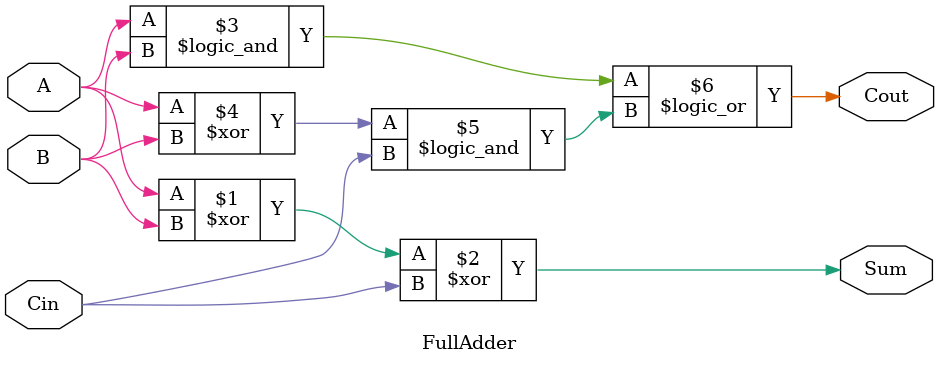
<source format=v>
module FullAdder (A, B, Cin, Sum, Cout);
    input A, B, Cin;
    output Sum, Cout;

    assign Sum = A ^ B ^ Cin;
    assign Cout = A&&B || ((A ^ B) && Cin);

endmodule
</source>
